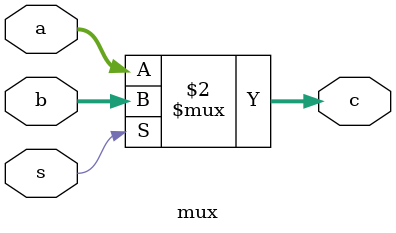
<source format=v>
module mux(a,b,s,c);
	input [63:0] a,b;
	input s;
	output [63:0] c;

	assign c = (~s) ? a : b;
endmodule
</source>
